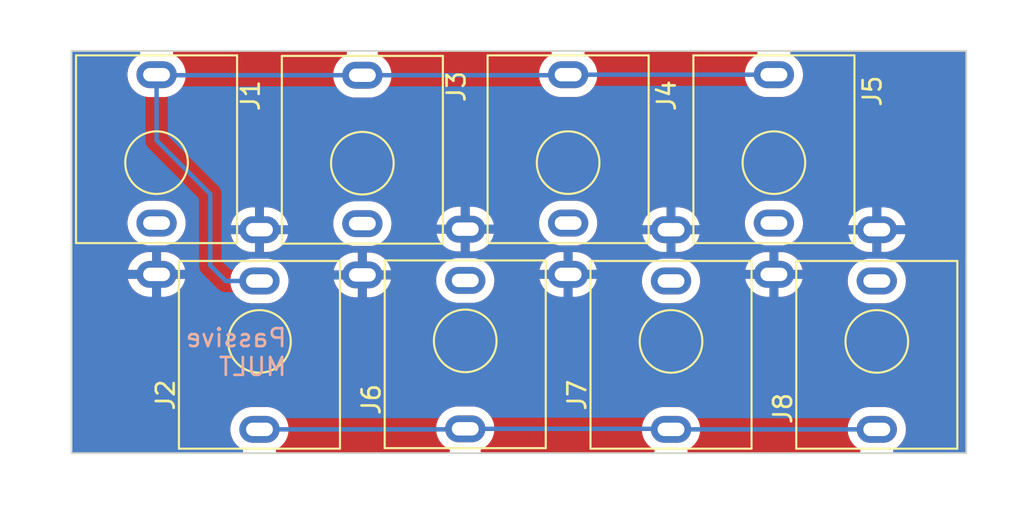
<source format=kicad_pcb>
(kicad_pcb (version 20240108) (generator "pcbnew") (generator_version "8.0")
  (layers (0 "F.Cu" signal) (31 "B.Cu" signal) (34 "B.Paste" user) (35 "F.Paste" user) (36 "B.SilkS" user "B.Silkscreen") (37 "F.SilkS" user "F.Silkscreen") (38 "B.Mask" user) (39 "F.Mask" user) (44 "Edge.Cuts" user))
  (net 0 "")
  (net 2 "GND")
  (net 3 "Net-(J1-PadT)")
  (net 4 "Net-(J2-PadT)")
  (footprint "Custom_FP:PJ398SM" (layer "F.Cu") (at 110.5 116.25 180)
    (property "Reference" "J2" (at 5.25 -3 90) (layer "F.SilkS"))
    (property "Value" "AudioJack2_SwitchT")
    (fp_line (start 4.5 4.5) (end 4.5 -6) (stroke (width 0.12)) (layer "F.SilkS"))
    (fp_line (start 4.5 -6) (end -4.5 -6) (stroke (width 0.12)) (layer "F.SilkS"))
    (fp_line (start -4.5 4.5) (end 4.5 4.5) (stroke (width 0.12)) (layer "F.SilkS"))
    (fp_line (start -4.5 -6) (end -4.5 4.5) (stroke (width 0.12)) (layer "F.SilkS"))
    (fp_circle (center 0 0) (end 1.75 0) (stroke (width 0.12)) (fill none) (layer "F.SilkS"))
    (pad "S" thru_hole oval (at 0 6.25 180) (size 2.25 1.5) (drill oval 1.5 0.75) (layers "*.Cu" "*.Mask") (net 2 "GND"))
    (pad "T" thru_hole oval (at 0 -4.92 180) (size 2.25 1.5) (drill oval 1.5 0.75) (layers "*.Cu" "*.Mask") (net 4 "Net-(J2-PadT)"))
    (pad "TN" thru_hole oval (at 0 3.38 180) (size 2.25 1.5) (drill oval 1.5 0.75) (layers "*.Cu" "*.Mask") (net 3 "Net-(J1-PadT)"))
  )
  (footprint "Custom_FP:PJ398SM" (layer "F.Cu") (at 122 116.22 180)
    (property "Reference" "J6" (at 5.25 -3.28 90) (layer "F.SilkS"))
    (property "Value" "AudioJack2_SwitchT")
    (fp_line (start 4.5 4.5) (end 4.5 -6) (stroke (width 0.12)) (layer "F.SilkS"))
    (fp_line (start 4.5 -6) (end -4.5 -6) (stroke (width 0.12)) (layer "F.SilkS"))
    (fp_line (start -4.5 4.5) (end 4.5 4.5) (stroke (width 0.12)) (layer "F.SilkS"))
    (fp_line (start -4.5 -6) (end -4.5 4.5) (stroke (width 0.12)) (layer "F.SilkS"))
    (fp_circle (center 0 0) (end 1.75 0) (stroke (width 0.12)) (fill none) (layer "F.SilkS"))
    (pad "S" thru_hole oval (at 0 6.25 180) (size 2.25 1.5) (drill oval 1.5 0.75) (layers "*.Cu" "*.Mask") (net 2 "GND"))
    (pad "T" thru_hole oval (at 0 -4.92 180) (size 2.25 1.5) (drill oval 1.5 0.75) (layers "*.Cu" "*.Mask") (net 4 "Net-(J2-PadT)"))
    (pad "TN" thru_hole oval (at 0 3.38 180) (size 2.25 1.5) (drill oval 1.5 0.75) (layers "*.Cu" "*.Mask"))
  )
  (footprint "Custom_FP:PJ398SM" (layer "F.Cu") (at 104.75 106.25)
    (property "Reference" "J1" (at 5.25 -3.75 90) (layer "F.SilkS"))
    (property "Value" "AudioJack2_SwitchT")
    (fp_line (start -4.5 -6) (end -4.5 4.5) (stroke (width 0.12)) (layer "F.SilkS"))
    (fp_line (start -4.5 4.5) (end 4.5 4.5) (stroke (width 0.12)) (layer "F.SilkS"))
    (fp_line (start 4.5 -6) (end -4.5 -6) (stroke (width 0.12)) (layer "F.SilkS"))
    (fp_line (start 4.5 4.5) (end 4.5 -6) (stroke (width 0.12)) (layer "F.SilkS"))
    (fp_circle (center 0 0) (end 1.75 0) (stroke (width 0.12)) (fill none) (layer "F.SilkS"))
    (pad "S" thru_hole oval (at 0 6.25) (size 2.25 1.5) (drill oval 1.5 0.75) (layers "*.Cu" "*.Mask") (net 2 "GND"))
    (pad "T" thru_hole oval (at 0 -4.92) (size 2.25 1.5) (drill oval 1.5 0.75) (layers "*.Cu" "*.Mask") (net 3 "Net-(J1-PadT)"))
    (pad "TN" thru_hole oval (at 0 3.38) (size 2.25 1.5) (drill oval 1.5 0.75) (layers "*.Cu" "*.Mask"))
  )
  (footprint "Custom_FP:PJ398SM" (layer "F.Cu") (at 133.5 116.25 180)
    (property "Reference" "J7" (at 5.25 -3 90) (layer "F.SilkS"))
    (property "Value" "AudioJack2_SwitchT")
    (fp_line (start 4.5 4.5) (end 4.5 -6) (stroke (width 0.12)) (layer "F.SilkS"))
    (fp_line (start 4.5 -6) (end -4.5 -6) (stroke (width 0.12)) (layer "F.SilkS"))
    (fp_line (start -4.5 4.5) (end 4.5 4.5) (stroke (width 0.12)) (layer "F.SilkS"))
    (fp_line (start -4.5 -6) (end -4.5 4.5) (stroke (width 0.12)) (layer "F.SilkS"))
    (fp_circle (center 0 0) (end 1.75 0) (stroke (width 0.12)) (fill none) (layer "F.SilkS"))
    (pad "S" thru_hole oval (at 0 6.25 180) (size 2.25 1.5) (drill oval 1.5 0.75) (layers "*.Cu" "*.Mask") (net 2 "GND"))
    (pad "T" thru_hole oval (at 0 -4.92 180) (size 2.25 1.5) (drill oval 1.5 0.75) (layers "*.Cu" "*.Mask") (net 4 "Net-(J2-PadT)"))
    (pad "TN" thru_hole oval (at 0 3.38 180) (size 2.25 1.5) (drill oval 1.5 0.75) (layers "*.Cu" "*.Mask"))
  )
  (footprint "Custom_FP:PJ398SM" (layer "F.Cu") (at 127.75 106.25)
    (property "Reference" "J4" (at 5.5 -3.75 90) (layer "F.SilkS"))
    (property "Value" "AudioJack2_SwitchT")
    (fp_line (start -4.5 -6) (end -4.5 4.5) (stroke (width 0.12)) (layer "F.SilkS"))
    (fp_line (start -4.5 4.5) (end 4.5 4.5) (stroke (width 0.12)) (layer "F.SilkS"))
    (fp_line (start 4.5 -6) (end -4.5 -6) (stroke (width 0.12)) (layer "F.SilkS"))
    (fp_line (start 4.5 4.5) (end 4.5 -6) (stroke (width 0.12)) (layer "F.SilkS"))
    (fp_circle (center 0 0) (end 1.75 0) (stroke (width 0.12)) (fill none) (layer "F.SilkS"))
    (pad "S" thru_hole oval (at 0 6.25) (size 2.25 1.5) (drill oval 1.5 0.75) (layers "*.Cu" "*.Mask") (net 2 "GND"))
    (pad "T" thru_hole oval (at 0 -4.92) (size 2.25 1.5) (drill oval 1.5 0.75) (layers "*.Cu" "*.Mask") (net 3 "Net-(J1-PadT)"))
    (pad "TN" thru_hole oval (at 0 3.38) (size 2.25 1.5) (drill oval 1.5 0.75) (layers "*.Cu" "*.Mask"))
  )
  (footprint "Custom_FP:PJ398SM" (layer "F.Cu") (at 139.25 106.25)
    (property "Reference" "J5" (at 5.5 -4 90) (layer "F.SilkS"))
    (property "Value" "AudioJack2_SwitchT")
    (fp_line (start -4.5 -6) (end -4.5 4.5) (stroke (width 0.12)) (layer "F.SilkS"))
    (fp_line (start -4.5 4.5) (end 4.5 4.5) (stroke (width 0.12)) (layer "F.SilkS"))
    (fp_line (start 4.5 -6) (end -4.5 -6) (stroke (width 0.12)) (layer "F.SilkS"))
    (fp_line (start 4.5 4.5) (end 4.5 -6) (stroke (width 0.12)) (layer "F.SilkS"))
    (fp_circle (center 0 0) (end 1.75 0) (stroke (width 0.12)) (fill none) (layer "F.SilkS"))
    (pad "S" thru_hole oval (at 0 6.25) (size 2.25 1.5) (drill oval 1.5 0.75) (layers "*.Cu" "*.Mask") (net 2 "GND"))
    (pad "T" thru_hole oval (at 0 -4.92) (size 2.25 1.5) (drill oval 1.5 0.75) (layers "*.Cu" "*.Mask") (net 3 "Net-(J1-PadT)"))
    (pad "TN" thru_hole oval (at 0 3.38) (size 2.25 1.5) (drill oval 1.5 0.75) (layers "*.Cu" "*.Mask"))
  )
  (footprint "Custom_FP:PJ398SM" (layer "F.Cu") (at 116.25 106.28)
    (property "Reference" "J3" (at 5.25 -4.28 90) (layer "F.SilkS"))
    (property "Value" "AudioJack2_SwitchT")
    (fp_line (start -4.5 -6) (end -4.5 4.5) (stroke (width 0.12)) (layer "F.SilkS"))
    (fp_line (start -4.5 4.5) (end 4.5 4.5) (stroke (width 0.12)) (layer "F.SilkS"))
    (fp_line (start 4.5 -6) (end -4.5 -6) (stroke (width 0.12)) (layer "F.SilkS"))
    (fp_line (start 4.5 4.5) (end 4.5 -6) (stroke (width 0.12)) (layer "F.SilkS"))
    (fp_circle (center 0 0) (end 1.75 0) (stroke (width 0.12)) (fill none) (layer "F.SilkS"))
    (pad "S" thru_hole oval (at 0 6.25) (size 2.25 1.5) (drill oval 1.5 0.75) (layers "*.Cu" "*.Mask") (net 2 "GND"))
    (pad "T" thru_hole oval (at 0 -4.92) (size 2.25 1.5) (drill oval 1.5 0.75) (layers "*.Cu" "*.Mask") (net 3 "Net-(J1-PadT)"))
    (pad "TN" thru_hole oval (at 0 3.38) (size 2.25 1.5) (drill oval 1.5 0.75) (layers "*.Cu" "*.Mask"))
  )
  (footprint "Custom_FP:PJ398SM" (layer "F.Cu") (at 145 116.25 180)
    (property "Reference" "J8" (at 5.25 -3.75 90) (layer "F.SilkS"))
    (property "Value" "AudioJack2_SwitchT")
    (fp_line (start 4.5 4.5) (end 4.5 -6) (stroke (width 0.12)) (layer "F.SilkS"))
    (fp_line (start 4.5 -6) (end -4.5 -6) (stroke (width 0.12)) (layer "F.SilkS"))
    (fp_line (start -4.5 4.5) (end 4.5 4.5) (stroke (width 0.12)) (layer "F.SilkS"))
    (fp_line (start -4.5 -6) (end -4.5 4.5) (stroke (width 0.12)) (layer "F.SilkS"))
    (fp_circle (center 0 0) (end 1.75 0) (stroke (width 0.12)) (fill none) (layer "F.SilkS"))
    (pad "S" thru_hole oval (at 0 6.25 180) (size 2.25 1.5) (drill oval 1.5 0.75) (layers "*.Cu" "*.Mask") (net 2 "GND"))
    (pad "T" thru_hole oval (at 0 -4.92 180) (size 2.25 1.5) (drill oval 1.5 0.75) (layers "*.Cu" "*.Mask") (net 4 "Net-(J2-PadT)"))
    (pad "TN" thru_hole oval (at 0 3.38 180) (size 2.25 1.5) (drill oval 1.5 0.75) (layers "*.Cu" "*.Mask"))
  )
  (gr_line (start 150 122.5) (end 150 100) (stroke (width 0.1)) (layer "Edge.Cuts"))
  (gr_line (start 100 100) (end 100 122.5) (stroke (width 0.1)) (layer "Edge.Cuts"))
  (gr_line (start 150 100) (end 100 100) (stroke (width 0.1)) (layer "Edge.Cuts"))
  (gr_line (start 100 122.5) (end 150 122.5) (stroke (width 0.1)) (layer "Edge.Cuts"))
  (gr_text "Passive\nMULT" (at 112.1 118.25 0) (layer "B.SilkS") (effects (font (size 1 1)) (justify left bottom mirror)))
  (segment (start 107.75 112) (end 107.75 108) (width 0.25) (layer "B.Cu") (net 3))
  (segment (start 108.62 112.87) (end 107.75 112) (width 0.25) (layer "B.Cu") (net 3))
  (segment (start 116.25 101.36) (end 127.72 101.36) (width 0.25) (layer "B.Cu") (net 3))
  (segment (start 110.5 112.87) (end 108.62 112.87) (width 0.25) (layer "B.Cu") (net 3))
  (segment (start 104.75 105) (end 104.75 101.33) (width 0.25) (layer "B.Cu") (net 3))
  (segment (start 104.78 101.36) (end 104.75 101.33) (width 0.25) (layer "B.Cu") (net 3))
  (segment (start 107.75 108) (end 104.75 105) (width 0.25) (layer "B.Cu") (net 3))
  (segment (start 116.25 101.36) (end 104.78 101.36) (width 0.25) (layer "B.Cu") (net 3))
  (segment (start 139.25 101.33) (end 127.75 101.33) (width 0.25) (layer "B.Cu") (net 3))
  (segment (start 127.72 101.36) (end 127.75 101.33) (width 0.25) (layer "B.Cu") (net 3))
  (segment (start 133.47 121.14) (end 133.5 121.17) (width 0.25) (layer "B.Cu") (net 4))
  (segment (start 145 121.17) (end 133.5 121.17) (width 0.25) (layer "B.Cu") (net 4))
  (segment (start 122 121.14) (end 133.47 121.14) (width 0.25) (layer "B.Cu") (net 4))
  (segment (start 110.5 121.17) (end 121.97 121.17) (width 0.25) (layer "B.Cu") (net 4))
  (segment (start 121.97 121.17) (end 122 121.14) (width 0.25) (layer "B.Cu") (net 4))
  (zone (net 2) (net_name "GND") (layers "F&B.Cu") (connect_pads (clearance 0.5)) (min_thickness 0.25) (fill yes (thermal_gap 0.5) (thermal_bridge_width 0.5))
    (polygon (pts (xy 141 98.5) (xy 97.25 97.5) (xy 96 126.25) (xy 152.75 126) (xy 153.25 98)))
  )
)
</source>
